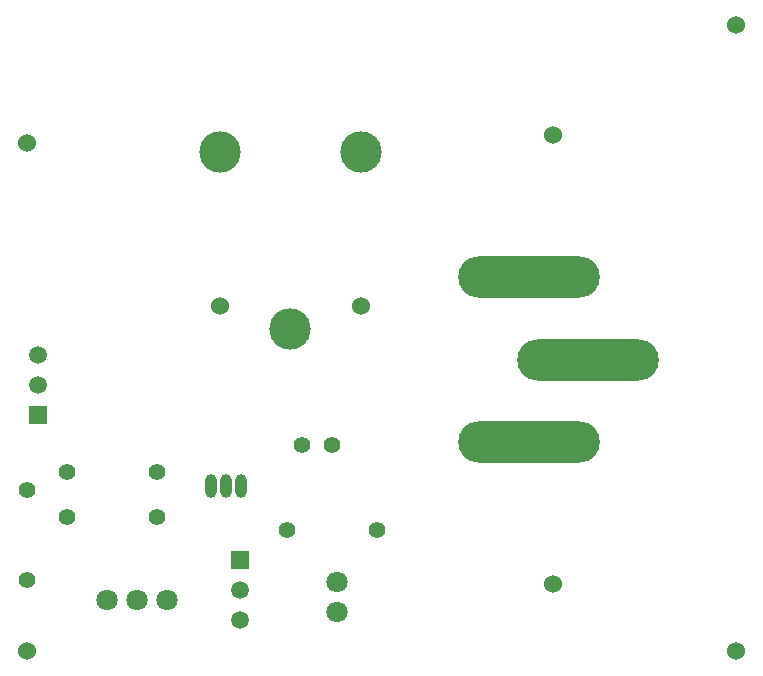
<source format=gbr>
%TF.GenerationSoftware,Altium Limited,Altium Designer,21.8.1 (53)*%
G04 Layer_Color=255*
%FSLAX43Y43*%
%MOMM*%
%TF.SameCoordinates,5F523219-7FD1-4E24-926C-018E4D8E6641*%
%TF.FilePolarity,Positive*%
%TF.FileFunction,Pads,Top*%
%TF.Part,Single*%
G01*
G75*
%TA.AperFunction,ComponentPad*%
%ADD13O,1.000X2.000*%
%ADD14O,1.000X2.000*%
%ADD15C,3.500*%
%ADD16C,1.524*%
%ADD17O,12.000X3.500*%
%ADD18C,1.400*%
%ADD19C,1.416*%
%ADD20R,1.500X1.500*%
%ADD21C,1.500*%
%TA.AperFunction,ViaPad*%
%ADD22C,1.524*%
%TA.AperFunction,ComponentPad*%
%ADD23C,1.800*%
D13*
X19526Y17986D02*
D03*
X20796D02*
D03*
D14*
X22066D02*
D03*
D15*
X32289Y46242D02*
D03*
X20289D02*
D03*
X26289Y31242D02*
D03*
D16*
X20289Y33242D02*
D03*
X32289D02*
D03*
X48482Y9670D02*
D03*
Y47670D02*
D03*
D17*
X46482Y35670D02*
D03*
Y21670D02*
D03*
X51482Y28670D02*
D03*
D18*
X4000Y9990D02*
D03*
Y17610D02*
D03*
X14986Y15311D02*
D03*
X7366D02*
D03*
Y19177D02*
D03*
X14986D02*
D03*
X26035Y14224D02*
D03*
X33655D02*
D03*
D19*
X27305Y21463D02*
D03*
X29845D02*
D03*
D20*
X4953Y24003D02*
D03*
X22000Y11657D02*
D03*
D21*
X4953Y26543D02*
D03*
Y29083D02*
D03*
X22000Y9117D02*
D03*
Y6577D02*
D03*
D22*
X64000Y57000D02*
D03*
Y4000D02*
D03*
X4000Y47000D02*
D03*
Y4000D02*
D03*
D23*
X30194Y9874D02*
D03*
Y7334D02*
D03*
X15843Y8334D02*
D03*
X13303D02*
D03*
X10763D02*
D03*
%TF.MD5,ae80dce641ed30d734e41d99aac2961a*%
M02*

</source>
